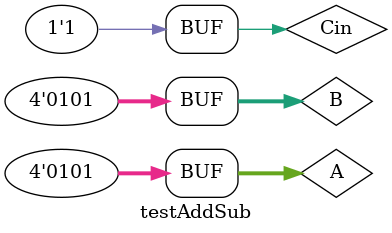
<source format=v>
module add_subtract(S, Cout, A, B, Cin);
	input [3:0] A, B;
	input Cin;
	output [3:0] S;
	output Cout;
	
	xor (d3, B[3], Cin);
	xor (d2, B[2], Cin);
	xor (d1, B[1], Cin);
	xor (d0, B[0], Cin);
	fulladder fa1(S[0], c,    A[0], d0, Cin);
	fulladder fa2(S[1], b,    A[1], d1, c);
	fulladder fa3(S[2], a,    A[2], d2, b);
	fulladder fa4(S[3], Cout, A[3], d3, a);	
		
endmodule

module testAddSub();
	reg [3:0] A, B;
	reg Cin;
	wire Cout;
	wire [3:0] S;
	add_subtract as(S, Cout, A, B, Cin);
	initial
	begin
	A = 4'b0001; B = 4'b0101; Cin = 1'b0;
	#100
	A = 4'b0011; B = 4'b0011; Cin = 1'b0;
	#100
	A = 4'b0101; B = 4'b0101; Cin = 1'b1;
	end
endmodule
</source>
